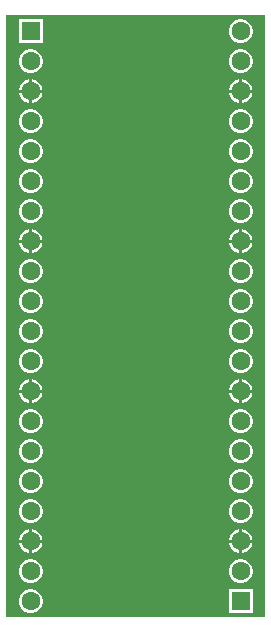
<source format=gbr>
%TF.GenerationSoftware,Altium Limited,Altium Designer,23.10.1 (27)*%
G04 Layer_Physical_Order=1*
G04 Layer_Color=255*
%FSLAX45Y45*%
%MOMM*%
%TF.SameCoordinates,7A70C931-5BDF-4ABD-901A-901AFED5F3BC*%
%TF.FilePolarity,Positive*%
%TF.FileFunction,Copper,L1,Top,Signal*%
%TF.Part,Single*%
G01*
G75*
%TA.AperFunction,ComponentPad*%
%ADD10C,1.60000*%
%ADD11R,1.60000X1.60000*%
%TA.AperFunction,ViaPad*%
%ADD12C,0.50000*%
G36*
X1093764Y5113763D02*
X1093765Y700291D01*
X1093765Y16235D01*
X-1093764Y16234D01*
Y5113765D01*
X1093764Y5113763D01*
D02*
G37*
%LPC*%
G36*
X902207Y5076820D02*
X875793D01*
X850278Y5069983D01*
X827402Y5056776D01*
X808724Y5038098D01*
X795517Y5015222D01*
X788680Y4989707D01*
Y4963293D01*
X795517Y4937778D01*
X808724Y4914902D01*
X827402Y4896224D01*
X850278Y4883017D01*
X875793Y4876180D01*
X902207D01*
X927722Y4883017D01*
X950598Y4896224D01*
X969276Y4914902D01*
X982483Y4937778D01*
X989320Y4963293D01*
Y4989707D01*
X982483Y5015222D01*
X969276Y5038098D01*
X950598Y5056776D01*
X927722Y5069983D01*
X902207Y5076820D01*
D02*
G37*
G36*
X-788680D02*
X-989320D01*
Y4876180D01*
X-788680D01*
Y5076820D01*
D02*
G37*
G36*
X902207Y4822820D02*
X875793D01*
X850278Y4815983D01*
X827402Y4802776D01*
X808724Y4784098D01*
X795517Y4761222D01*
X788680Y4735707D01*
Y4709293D01*
X795517Y4683778D01*
X808724Y4660902D01*
X827402Y4642224D01*
X850278Y4629017D01*
X875793Y4622180D01*
X902207D01*
X927722Y4629017D01*
X950598Y4642224D01*
X969276Y4660902D01*
X982483Y4683778D01*
X989320Y4709293D01*
Y4735707D01*
X982483Y4761222D01*
X969276Y4784098D01*
X950598Y4802776D01*
X927722Y4815983D01*
X902207Y4822820D01*
D02*
G37*
G36*
X-875793D02*
X-902207D01*
X-927722Y4815983D01*
X-950598Y4802776D01*
X-969276Y4784098D01*
X-982483Y4761222D01*
X-989320Y4735707D01*
Y4709293D01*
X-982483Y4683778D01*
X-969276Y4660902D01*
X-950598Y4642224D01*
X-927722Y4629017D01*
X-902207Y4622180D01*
X-875793D01*
X-850278Y4629017D01*
X-827402Y4642224D01*
X-808724Y4660902D01*
X-795517Y4683778D01*
X-788680Y4709293D01*
Y4735707D01*
X-795517Y4761222D01*
X-808724Y4784098D01*
X-827402Y4802776D01*
X-850278Y4815983D01*
X-875793Y4822820D01*
D02*
G37*
G36*
X902205Y4568800D02*
X901700D01*
Y4481200D01*
X989300D01*
Y4481705D01*
X982464Y4507214D01*
X969260Y4530085D01*
X950585Y4548760D01*
X927714Y4561964D01*
X902205Y4568800D01*
D02*
G37*
G36*
X-875795D02*
X-876300D01*
Y4481200D01*
X-788700D01*
Y4481705D01*
X-795536Y4507214D01*
X-808740Y4530085D01*
X-827415Y4548760D01*
X-850286Y4561964D01*
X-875795Y4568800D01*
D02*
G37*
G36*
X-901700D02*
X-902205D01*
X-927714Y4561964D01*
X-950585Y4548760D01*
X-969260Y4530085D01*
X-982464Y4507214D01*
X-989300Y4481705D01*
Y4481200D01*
X-901700D01*
Y4568800D01*
D02*
G37*
G36*
X876300D02*
X875795D01*
X850286Y4561964D01*
X827415Y4548760D01*
X808740Y4530085D01*
X795536Y4507214D01*
X788700Y4481705D01*
Y4481200D01*
X876300D01*
Y4568800D01*
D02*
G37*
G36*
X989300Y4455800D02*
X901700D01*
Y4368200D01*
X902205D01*
X927714Y4375036D01*
X950585Y4388240D01*
X969260Y4406915D01*
X982464Y4429786D01*
X989300Y4455295D01*
Y4455800D01*
D02*
G37*
G36*
X876300D02*
X788700D01*
Y4455295D01*
X795536Y4429786D01*
X808740Y4406915D01*
X827415Y4388240D01*
X850286Y4375036D01*
X875795Y4368200D01*
X876300D01*
Y4455800D01*
D02*
G37*
G36*
X-788700D02*
X-876300D01*
Y4368200D01*
X-875795D01*
X-850286Y4375036D01*
X-827415Y4388240D01*
X-808740Y4406915D01*
X-795536Y4429786D01*
X-788700Y4455295D01*
Y4455800D01*
D02*
G37*
G36*
X-901700D02*
X-989300D01*
Y4455295D01*
X-982464Y4429786D01*
X-969260Y4406915D01*
X-950585Y4388240D01*
X-927714Y4375036D01*
X-902205Y4368200D01*
X-901700D01*
Y4455800D01*
D02*
G37*
G36*
X902207Y4314820D02*
X875793D01*
X850278Y4307983D01*
X827402Y4294776D01*
X808724Y4276098D01*
X795517Y4253222D01*
X788680Y4227707D01*
Y4201293D01*
X795517Y4175778D01*
X808724Y4152902D01*
X827402Y4134224D01*
X850278Y4121017D01*
X875793Y4114180D01*
X902207D01*
X927722Y4121017D01*
X950598Y4134224D01*
X969276Y4152902D01*
X982483Y4175778D01*
X989320Y4201293D01*
Y4227707D01*
X982483Y4253222D01*
X969276Y4276098D01*
X950598Y4294776D01*
X927722Y4307983D01*
X902207Y4314820D01*
D02*
G37*
G36*
X-875793D02*
X-902207D01*
X-927722Y4307983D01*
X-950598Y4294776D01*
X-969276Y4276098D01*
X-982483Y4253222D01*
X-989320Y4227707D01*
Y4201293D01*
X-982483Y4175778D01*
X-969276Y4152902D01*
X-950598Y4134224D01*
X-927722Y4121017D01*
X-902207Y4114180D01*
X-875793D01*
X-850278Y4121017D01*
X-827402Y4134224D01*
X-808724Y4152902D01*
X-795517Y4175778D01*
X-788680Y4201293D01*
Y4227707D01*
X-795517Y4253222D01*
X-808724Y4276098D01*
X-827402Y4294776D01*
X-850278Y4307983D01*
X-875793Y4314820D01*
D02*
G37*
G36*
X902207Y4060820D02*
X875793D01*
X850278Y4053983D01*
X827402Y4040776D01*
X808724Y4022098D01*
X795517Y3999222D01*
X788680Y3973707D01*
Y3947293D01*
X795517Y3921778D01*
X808724Y3898902D01*
X827402Y3880224D01*
X850278Y3867017D01*
X875793Y3860180D01*
X902207D01*
X927722Y3867017D01*
X950598Y3880224D01*
X969276Y3898902D01*
X982483Y3921778D01*
X989320Y3947293D01*
Y3973707D01*
X982483Y3999222D01*
X969276Y4022098D01*
X950598Y4040776D01*
X927722Y4053983D01*
X902207Y4060820D01*
D02*
G37*
G36*
X-875793D02*
X-902207D01*
X-927722Y4053983D01*
X-950598Y4040776D01*
X-969276Y4022098D01*
X-982483Y3999222D01*
X-989320Y3973707D01*
Y3947293D01*
X-982483Y3921778D01*
X-969276Y3898902D01*
X-950598Y3880224D01*
X-927722Y3867017D01*
X-902207Y3860180D01*
X-875793D01*
X-850278Y3867017D01*
X-827402Y3880224D01*
X-808724Y3898902D01*
X-795517Y3921778D01*
X-788680Y3947293D01*
Y3973707D01*
X-795517Y3999222D01*
X-808724Y4022098D01*
X-827402Y4040776D01*
X-850278Y4053983D01*
X-875793Y4060820D01*
D02*
G37*
G36*
X902207Y3806820D02*
X875793D01*
X850278Y3799983D01*
X827402Y3786776D01*
X808724Y3768098D01*
X795517Y3745222D01*
X788680Y3719707D01*
Y3693293D01*
X795517Y3667778D01*
X808724Y3644902D01*
X827402Y3626224D01*
X850278Y3613017D01*
X875793Y3606180D01*
X902207D01*
X927722Y3613017D01*
X950598Y3626224D01*
X969276Y3644902D01*
X982483Y3667778D01*
X989320Y3693293D01*
Y3719707D01*
X982483Y3745222D01*
X969276Y3768098D01*
X950598Y3786776D01*
X927722Y3799983D01*
X902207Y3806820D01*
D02*
G37*
G36*
X-875793D02*
X-902207D01*
X-927722Y3799983D01*
X-950598Y3786776D01*
X-969276Y3768098D01*
X-982483Y3745222D01*
X-989320Y3719707D01*
Y3693293D01*
X-982483Y3667778D01*
X-969276Y3644902D01*
X-950598Y3626224D01*
X-927722Y3613017D01*
X-902207Y3606180D01*
X-875793D01*
X-850278Y3613017D01*
X-827402Y3626224D01*
X-808724Y3644902D01*
X-795517Y3667778D01*
X-788680Y3693293D01*
Y3719707D01*
X-795517Y3745222D01*
X-808724Y3768098D01*
X-827402Y3786776D01*
X-850278Y3799983D01*
X-875793Y3806820D01*
D02*
G37*
G36*
X902207Y3552820D02*
X875793D01*
X850278Y3545983D01*
X827402Y3532776D01*
X808724Y3514098D01*
X795517Y3491222D01*
X788680Y3465707D01*
Y3439293D01*
X795517Y3413778D01*
X808724Y3390902D01*
X827402Y3372224D01*
X850278Y3359017D01*
X875793Y3352180D01*
X902207D01*
X927722Y3359017D01*
X950598Y3372224D01*
X969276Y3390902D01*
X982483Y3413778D01*
X989320Y3439293D01*
Y3465707D01*
X982483Y3491222D01*
X969276Y3514098D01*
X950598Y3532776D01*
X927722Y3545983D01*
X902207Y3552820D01*
D02*
G37*
G36*
X-875793D02*
X-902207D01*
X-927722Y3545983D01*
X-950598Y3532776D01*
X-969276Y3514098D01*
X-982483Y3491222D01*
X-989320Y3465707D01*
Y3439293D01*
X-982483Y3413778D01*
X-969276Y3390902D01*
X-950598Y3372224D01*
X-927722Y3359017D01*
X-902207Y3352180D01*
X-875793D01*
X-850278Y3359017D01*
X-827402Y3372224D01*
X-808724Y3390902D01*
X-795517Y3413778D01*
X-788680Y3439293D01*
Y3465707D01*
X-795517Y3491222D01*
X-808724Y3514098D01*
X-827402Y3532776D01*
X-850278Y3545983D01*
X-875793Y3552820D01*
D02*
G37*
G36*
X902205Y3298800D02*
X901700D01*
Y3211200D01*
X989300D01*
Y3211705D01*
X982464Y3237214D01*
X969260Y3260085D01*
X950585Y3278760D01*
X927714Y3291964D01*
X902205Y3298800D01*
D02*
G37*
G36*
X-875795D02*
X-876300D01*
Y3211200D01*
X-788700D01*
Y3211705D01*
X-795536Y3237214D01*
X-808740Y3260085D01*
X-827415Y3278760D01*
X-850286Y3291964D01*
X-875795Y3298800D01*
D02*
G37*
G36*
X-901700D02*
X-902205D01*
X-927714Y3291964D01*
X-950585Y3278760D01*
X-969260Y3260085D01*
X-982464Y3237214D01*
X-989300Y3211705D01*
Y3211200D01*
X-901700D01*
Y3298800D01*
D02*
G37*
G36*
X876300D02*
X875795D01*
X850286Y3291964D01*
X827415Y3278760D01*
X808740Y3260085D01*
X795536Y3237214D01*
X788700Y3211705D01*
Y3211200D01*
X876300D01*
Y3298800D01*
D02*
G37*
G36*
X989300Y3185800D02*
X901700D01*
Y3098200D01*
X902205D01*
X927714Y3105036D01*
X950585Y3118240D01*
X969260Y3136915D01*
X982464Y3159786D01*
X989300Y3185295D01*
Y3185800D01*
D02*
G37*
G36*
X876300D02*
X788700D01*
Y3185295D01*
X795536Y3159786D01*
X808740Y3136915D01*
X827415Y3118240D01*
X850286Y3105036D01*
X875795Y3098200D01*
X876300D01*
Y3185800D01*
D02*
G37*
G36*
X-788700D02*
X-876300D01*
Y3098200D01*
X-875795D01*
X-850286Y3105036D01*
X-827415Y3118240D01*
X-808740Y3136915D01*
X-795536Y3159786D01*
X-788700Y3185295D01*
Y3185800D01*
D02*
G37*
G36*
X-901700D02*
X-989300D01*
Y3185295D01*
X-982464Y3159786D01*
X-969260Y3136915D01*
X-950585Y3118240D01*
X-927714Y3105036D01*
X-902205Y3098200D01*
X-901700D01*
Y3185800D01*
D02*
G37*
G36*
X902207Y3044820D02*
X875793D01*
X850278Y3037983D01*
X827402Y3024776D01*
X808724Y3006098D01*
X795517Y2983222D01*
X788680Y2957707D01*
Y2931293D01*
X795517Y2905778D01*
X808724Y2882902D01*
X827402Y2864224D01*
X850278Y2851017D01*
X875793Y2844180D01*
X902207D01*
X927722Y2851017D01*
X950598Y2864224D01*
X969276Y2882902D01*
X982483Y2905778D01*
X989320Y2931293D01*
Y2957707D01*
X982483Y2983222D01*
X969276Y3006098D01*
X950598Y3024776D01*
X927722Y3037983D01*
X902207Y3044820D01*
D02*
G37*
G36*
X-875793D02*
X-902207D01*
X-927722Y3037983D01*
X-950598Y3024776D01*
X-969276Y3006098D01*
X-982483Y2983222D01*
X-989320Y2957707D01*
Y2931293D01*
X-982483Y2905778D01*
X-969276Y2882902D01*
X-950598Y2864224D01*
X-927722Y2851017D01*
X-902207Y2844180D01*
X-875793D01*
X-850278Y2851017D01*
X-827402Y2864224D01*
X-808724Y2882902D01*
X-795517Y2905778D01*
X-788680Y2931293D01*
Y2957707D01*
X-795517Y2983222D01*
X-808724Y3006098D01*
X-827402Y3024776D01*
X-850278Y3037983D01*
X-875793Y3044820D01*
D02*
G37*
G36*
X902207Y2790820D02*
X875793D01*
X850278Y2783983D01*
X827402Y2770776D01*
X808724Y2752098D01*
X795517Y2729222D01*
X788680Y2703707D01*
Y2677293D01*
X795517Y2651778D01*
X808724Y2628902D01*
X827402Y2610224D01*
X850278Y2597017D01*
X875793Y2590180D01*
X902207D01*
X927722Y2597017D01*
X950598Y2610224D01*
X969276Y2628902D01*
X982483Y2651778D01*
X989320Y2677293D01*
Y2703707D01*
X982483Y2729222D01*
X969276Y2752098D01*
X950598Y2770776D01*
X927722Y2783983D01*
X902207Y2790820D01*
D02*
G37*
G36*
X-875793D02*
X-902207D01*
X-927722Y2783983D01*
X-950598Y2770776D01*
X-969276Y2752098D01*
X-982483Y2729222D01*
X-989320Y2703707D01*
Y2677293D01*
X-982483Y2651778D01*
X-969276Y2628902D01*
X-950598Y2610224D01*
X-927722Y2597017D01*
X-902207Y2590180D01*
X-875793D01*
X-850278Y2597017D01*
X-827402Y2610224D01*
X-808724Y2628902D01*
X-795517Y2651778D01*
X-788680Y2677293D01*
Y2703707D01*
X-795517Y2729222D01*
X-808724Y2752098D01*
X-827402Y2770776D01*
X-850278Y2783983D01*
X-875793Y2790820D01*
D02*
G37*
G36*
X902207Y2536820D02*
X875793D01*
X850278Y2529983D01*
X827402Y2516776D01*
X808724Y2498098D01*
X795517Y2475222D01*
X788680Y2449707D01*
Y2423293D01*
X795517Y2397778D01*
X808724Y2374902D01*
X827402Y2356224D01*
X850278Y2343017D01*
X875793Y2336180D01*
X902207D01*
X927722Y2343017D01*
X950598Y2356224D01*
X969276Y2374902D01*
X982483Y2397778D01*
X989320Y2423293D01*
Y2449707D01*
X982483Y2475222D01*
X969276Y2498098D01*
X950598Y2516776D01*
X927722Y2529983D01*
X902207Y2536820D01*
D02*
G37*
G36*
X-875793D02*
X-902207D01*
X-927722Y2529983D01*
X-950598Y2516776D01*
X-969276Y2498098D01*
X-982483Y2475222D01*
X-989320Y2449707D01*
Y2423293D01*
X-982483Y2397778D01*
X-969276Y2374902D01*
X-950598Y2356224D01*
X-927722Y2343017D01*
X-902207Y2336180D01*
X-875793D01*
X-850278Y2343017D01*
X-827402Y2356224D01*
X-808724Y2374902D01*
X-795517Y2397778D01*
X-788680Y2423293D01*
Y2449707D01*
X-795517Y2475222D01*
X-808724Y2498098D01*
X-827402Y2516776D01*
X-850278Y2529983D01*
X-875793Y2536820D01*
D02*
G37*
G36*
X902207Y2282820D02*
X875793D01*
X850278Y2275983D01*
X827402Y2262776D01*
X808724Y2244098D01*
X795517Y2221222D01*
X788680Y2195707D01*
Y2169293D01*
X795517Y2143778D01*
X808724Y2120902D01*
X827402Y2102224D01*
X850278Y2089017D01*
X875793Y2082180D01*
X902207D01*
X927722Y2089017D01*
X950598Y2102224D01*
X969276Y2120902D01*
X982483Y2143778D01*
X989320Y2169293D01*
Y2195707D01*
X982483Y2221222D01*
X969276Y2244098D01*
X950598Y2262776D01*
X927722Y2275983D01*
X902207Y2282820D01*
D02*
G37*
G36*
X-875793D02*
X-902207D01*
X-927722Y2275983D01*
X-950598Y2262776D01*
X-969276Y2244098D01*
X-982483Y2221222D01*
X-989320Y2195707D01*
Y2169293D01*
X-982483Y2143778D01*
X-969276Y2120902D01*
X-950598Y2102224D01*
X-927722Y2089017D01*
X-902207Y2082180D01*
X-875793D01*
X-850278Y2089017D01*
X-827402Y2102224D01*
X-808724Y2120902D01*
X-795517Y2143778D01*
X-788680Y2169293D01*
Y2195707D01*
X-795517Y2221222D01*
X-808724Y2244098D01*
X-827402Y2262776D01*
X-850278Y2275983D01*
X-875793Y2282820D01*
D02*
G37*
G36*
X902205Y2028800D02*
X901700D01*
Y1941200D01*
X989300D01*
Y1941705D01*
X982464Y1967214D01*
X969260Y1990085D01*
X950585Y2008760D01*
X927714Y2021964D01*
X902205Y2028800D01*
D02*
G37*
G36*
X-875795D02*
X-876300D01*
Y1941200D01*
X-788700D01*
Y1941705D01*
X-795536Y1967214D01*
X-808740Y1990085D01*
X-827415Y2008760D01*
X-850286Y2021964D01*
X-875795Y2028800D01*
D02*
G37*
G36*
X-901700D02*
X-902205D01*
X-927714Y2021964D01*
X-950585Y2008760D01*
X-969260Y1990085D01*
X-982464Y1967214D01*
X-989300Y1941705D01*
Y1941200D01*
X-901700D01*
Y2028800D01*
D02*
G37*
G36*
X876300D02*
X875795D01*
X850286Y2021964D01*
X827415Y2008760D01*
X808740Y1990085D01*
X795536Y1967214D01*
X788700Y1941705D01*
Y1941200D01*
X876300D01*
Y2028800D01*
D02*
G37*
G36*
X989300Y1915800D02*
X901700D01*
Y1828200D01*
X902205D01*
X927714Y1835036D01*
X950585Y1848240D01*
X969260Y1866915D01*
X982464Y1889786D01*
X989300Y1915295D01*
Y1915800D01*
D02*
G37*
G36*
X876300D02*
X788700D01*
Y1915295D01*
X795536Y1889786D01*
X808740Y1866915D01*
X827415Y1848240D01*
X850286Y1835036D01*
X875795Y1828200D01*
X876300D01*
Y1915800D01*
D02*
G37*
G36*
X-788700D02*
X-876300D01*
Y1828200D01*
X-875795D01*
X-850286Y1835036D01*
X-827415Y1848240D01*
X-808740Y1866915D01*
X-795536Y1889786D01*
X-788700Y1915295D01*
Y1915800D01*
D02*
G37*
G36*
X-901700D02*
X-989300D01*
Y1915295D01*
X-982464Y1889786D01*
X-969260Y1866915D01*
X-950585Y1848240D01*
X-927714Y1835036D01*
X-902205Y1828200D01*
X-901700D01*
Y1915800D01*
D02*
G37*
G36*
X902207Y1774820D02*
X875793D01*
X850278Y1767983D01*
X827402Y1754776D01*
X808724Y1736098D01*
X795517Y1713222D01*
X788680Y1687707D01*
Y1661293D01*
X795517Y1635778D01*
X808724Y1612902D01*
X827402Y1594224D01*
X850278Y1581017D01*
X875793Y1574180D01*
X902207D01*
X927722Y1581017D01*
X950598Y1594224D01*
X969276Y1612902D01*
X982483Y1635778D01*
X989320Y1661293D01*
Y1687707D01*
X982483Y1713222D01*
X969276Y1736098D01*
X950598Y1754776D01*
X927722Y1767983D01*
X902207Y1774820D01*
D02*
G37*
G36*
X-875793D02*
X-902207D01*
X-927722Y1767983D01*
X-950598Y1754776D01*
X-969276Y1736098D01*
X-982483Y1713222D01*
X-989320Y1687707D01*
Y1661293D01*
X-982483Y1635778D01*
X-969276Y1612902D01*
X-950598Y1594224D01*
X-927722Y1581017D01*
X-902207Y1574180D01*
X-875793D01*
X-850278Y1581017D01*
X-827402Y1594224D01*
X-808724Y1612902D01*
X-795517Y1635778D01*
X-788680Y1661293D01*
Y1687707D01*
X-795517Y1713222D01*
X-808724Y1736098D01*
X-827402Y1754776D01*
X-850278Y1767983D01*
X-875793Y1774820D01*
D02*
G37*
G36*
X902207Y1520820D02*
X875793D01*
X850278Y1513983D01*
X827402Y1500776D01*
X808724Y1482098D01*
X795517Y1459222D01*
X788680Y1433707D01*
Y1407293D01*
X795517Y1381778D01*
X808724Y1358902D01*
X827402Y1340224D01*
X850278Y1327017D01*
X875793Y1320180D01*
X902207D01*
X927722Y1327017D01*
X950598Y1340224D01*
X969276Y1358902D01*
X982483Y1381778D01*
X989320Y1407293D01*
Y1433707D01*
X982483Y1459222D01*
X969276Y1482098D01*
X950598Y1500776D01*
X927722Y1513983D01*
X902207Y1520820D01*
D02*
G37*
G36*
X-875793D02*
X-902207D01*
X-927722Y1513983D01*
X-950598Y1500776D01*
X-969276Y1482098D01*
X-982483Y1459222D01*
X-989320Y1433707D01*
Y1407293D01*
X-982483Y1381778D01*
X-969276Y1358902D01*
X-950598Y1340224D01*
X-927722Y1327017D01*
X-902207Y1320180D01*
X-875793D01*
X-850278Y1327017D01*
X-827402Y1340224D01*
X-808724Y1358902D01*
X-795517Y1381778D01*
X-788680Y1407293D01*
Y1433707D01*
X-795517Y1459222D01*
X-808724Y1482098D01*
X-827402Y1500776D01*
X-850278Y1513983D01*
X-875793Y1520820D01*
D02*
G37*
G36*
X902207Y1266820D02*
X875793D01*
X850278Y1259983D01*
X827402Y1246776D01*
X808724Y1228098D01*
X795517Y1205222D01*
X788680Y1179707D01*
Y1153293D01*
X795517Y1127778D01*
X808724Y1104902D01*
X827402Y1086224D01*
X850278Y1073017D01*
X875793Y1066180D01*
X902207D01*
X927722Y1073017D01*
X950598Y1086224D01*
X969276Y1104902D01*
X982483Y1127778D01*
X989320Y1153293D01*
Y1179707D01*
X982483Y1205222D01*
X969276Y1228098D01*
X950598Y1246776D01*
X927722Y1259983D01*
X902207Y1266820D01*
D02*
G37*
G36*
X-875793D02*
X-902207D01*
X-927722Y1259983D01*
X-950598Y1246776D01*
X-969276Y1228098D01*
X-982483Y1205222D01*
X-989320Y1179707D01*
Y1153293D01*
X-982483Y1127778D01*
X-969276Y1104902D01*
X-950598Y1086224D01*
X-927722Y1073017D01*
X-902207Y1066180D01*
X-875793D01*
X-850278Y1073017D01*
X-827402Y1086224D01*
X-808724Y1104902D01*
X-795517Y1127778D01*
X-788680Y1153293D01*
Y1179707D01*
X-795517Y1205222D01*
X-808724Y1228098D01*
X-827402Y1246776D01*
X-850278Y1259983D01*
X-875793Y1266820D01*
D02*
G37*
G36*
X902207Y1012820D02*
X875793D01*
X850278Y1005983D01*
X827402Y992776D01*
X808724Y974098D01*
X795517Y951222D01*
X788680Y925707D01*
Y899293D01*
X795517Y873778D01*
X808724Y850902D01*
X827402Y832224D01*
X850278Y819017D01*
X875793Y812180D01*
X902207D01*
X927722Y819017D01*
X950598Y832224D01*
X969276Y850902D01*
X982483Y873778D01*
X989320Y899293D01*
Y925707D01*
X982483Y951222D01*
X969276Y974098D01*
X950598Y992776D01*
X927722Y1005983D01*
X902207Y1012820D01*
D02*
G37*
G36*
X-875793D02*
X-902207D01*
X-927722Y1005983D01*
X-950598Y992776D01*
X-969276Y974098D01*
X-982483Y951222D01*
X-989320Y925707D01*
Y899293D01*
X-982483Y873778D01*
X-969276Y850902D01*
X-950598Y832224D01*
X-927722Y819017D01*
X-902207Y812180D01*
X-875793D01*
X-850278Y819017D01*
X-827402Y832224D01*
X-808724Y850902D01*
X-795517Y873778D01*
X-788680Y899293D01*
Y925707D01*
X-795517Y951222D01*
X-808724Y974098D01*
X-827402Y992776D01*
X-850278Y1005983D01*
X-875793Y1012820D01*
D02*
G37*
G36*
X902205Y758800D02*
X901700D01*
Y671200D01*
X989300D01*
Y671705D01*
X982464Y697214D01*
X969260Y720085D01*
X950585Y738760D01*
X927714Y751964D01*
X902205Y758800D01*
D02*
G37*
G36*
X-875795D02*
X-876300D01*
Y671200D01*
X-788700D01*
Y671705D01*
X-795536Y697214D01*
X-808740Y720085D01*
X-827415Y738760D01*
X-850286Y751964D01*
X-875795Y758800D01*
D02*
G37*
G36*
X-901700D02*
X-902205D01*
X-927714Y751964D01*
X-950585Y738760D01*
X-969260Y720085D01*
X-982464Y697214D01*
X-989300Y671705D01*
Y671200D01*
X-901700D01*
Y758800D01*
D02*
G37*
G36*
X876300D02*
X875795D01*
X850286Y751964D01*
X827415Y738760D01*
X808740Y720085D01*
X795536Y697214D01*
X788700Y671705D01*
Y671200D01*
X876300D01*
Y758800D01*
D02*
G37*
G36*
X989300Y645800D02*
X901700D01*
Y558200D01*
X902205D01*
X927714Y565036D01*
X950585Y578240D01*
X969260Y596915D01*
X982464Y619786D01*
X989300Y645295D01*
Y645800D01*
D02*
G37*
G36*
X876300D02*
X788700D01*
Y645295D01*
X795536Y619786D01*
X808740Y596915D01*
X827415Y578240D01*
X850286Y565036D01*
X875795Y558200D01*
X876300D01*
Y645800D01*
D02*
G37*
G36*
X-788700D02*
X-876300D01*
Y558200D01*
X-875795D01*
X-850286Y565036D01*
X-827415Y578240D01*
X-808740Y596915D01*
X-795536Y619786D01*
X-788700Y645295D01*
Y645800D01*
D02*
G37*
G36*
X-901700D02*
X-989300D01*
Y645295D01*
X-982464Y619786D01*
X-969260Y596915D01*
X-950585Y578240D01*
X-927714Y565036D01*
X-902205Y558200D01*
X-901700D01*
Y645800D01*
D02*
G37*
G36*
X902207Y504820D02*
X875793D01*
X850278Y497983D01*
X827402Y484776D01*
X808724Y466098D01*
X795517Y443222D01*
X788680Y417707D01*
Y391293D01*
X795517Y365778D01*
X808724Y342902D01*
X827402Y324224D01*
X850278Y311017D01*
X875793Y304180D01*
X902207D01*
X927722Y311017D01*
X950598Y324224D01*
X969276Y342902D01*
X982483Y365778D01*
X989320Y391293D01*
Y417707D01*
X982483Y443222D01*
X969276Y466098D01*
X950598Y484776D01*
X927722Y497983D01*
X902207Y504820D01*
D02*
G37*
G36*
X-875793D02*
X-902207D01*
X-927722Y497983D01*
X-950598Y484776D01*
X-969276Y466098D01*
X-982483Y443222D01*
X-989320Y417707D01*
Y391293D01*
X-982483Y365778D01*
X-969276Y342902D01*
X-950598Y324224D01*
X-927722Y311017D01*
X-902207Y304180D01*
X-875793D01*
X-850278Y311017D01*
X-827402Y324224D01*
X-808724Y342902D01*
X-795517Y365778D01*
X-788680Y391293D01*
Y417707D01*
X-795517Y443222D01*
X-808724Y466098D01*
X-827402Y484776D01*
X-850278Y497983D01*
X-875793Y504820D01*
D02*
G37*
G36*
X989320Y250820D02*
X788680D01*
Y50180D01*
X989320D01*
Y250820D01*
D02*
G37*
G36*
X-875793D02*
X-902207D01*
X-927722Y243983D01*
X-950598Y230776D01*
X-969276Y212098D01*
X-982483Y189222D01*
X-989320Y163707D01*
Y137293D01*
X-982483Y111778D01*
X-969276Y88902D01*
X-950598Y70224D01*
X-927722Y57017D01*
X-902207Y50180D01*
X-875793D01*
X-850278Y57017D01*
X-827402Y70224D01*
X-808724Y88902D01*
X-795517Y111778D01*
X-788680Y137293D01*
Y163707D01*
X-795517Y189222D01*
X-808724Y212098D01*
X-827402Y230776D01*
X-850278Y243983D01*
X-875793Y250820D01*
D02*
G37*
%LPD*%
D10*
X889000Y4976500D02*
D03*
Y4722500D02*
D03*
Y4468500D02*
D03*
Y4214500D02*
D03*
Y3960500D02*
D03*
Y3706500D02*
D03*
Y3452500D02*
D03*
Y3198500D02*
D03*
Y2944500D02*
D03*
Y2690500D02*
D03*
Y2436500D02*
D03*
Y2182500D02*
D03*
Y1928500D02*
D03*
Y1674500D02*
D03*
Y1420500D02*
D03*
Y1166500D02*
D03*
Y912500D02*
D03*
Y658500D02*
D03*
Y404500D02*
D03*
X-889000Y150500D02*
D03*
Y404500D02*
D03*
Y658500D02*
D03*
Y912500D02*
D03*
Y1166500D02*
D03*
Y1420500D02*
D03*
Y1674500D02*
D03*
Y1928500D02*
D03*
Y2182500D02*
D03*
Y2436500D02*
D03*
Y2690500D02*
D03*
Y2944500D02*
D03*
Y3198500D02*
D03*
Y3452500D02*
D03*
Y3706500D02*
D03*
Y3960500D02*
D03*
Y4214500D02*
D03*
Y4468500D02*
D03*
Y4722500D02*
D03*
D11*
X889000Y150500D02*
D03*
X-889000Y4976500D02*
D03*
D12*
X700000Y5013500D02*
D03*
Y4013500D02*
D03*
Y3513500D02*
D03*
Y3013500D02*
D03*
Y2013500D02*
D03*
Y1513500D02*
D03*
Y1013500D02*
D03*
X575000Y4263500D02*
D03*
X450000Y4013500D02*
D03*
X575000Y3263500D02*
D03*
X450000Y3013500D02*
D03*
X575000Y2763500D02*
D03*
X450000Y2513500D02*
D03*
Y2013500D02*
D03*
X575000Y1763500D02*
D03*
Y1263500D02*
D03*
X450000Y1013500D02*
D03*
X200000Y5013500D02*
D03*
X325000Y4263500D02*
D03*
X200000Y4013500D02*
D03*
X325000Y3763500D02*
D03*
X200000Y3513500D02*
D03*
Y3013500D02*
D03*
X325000Y2763500D02*
D03*
X200000Y2513500D02*
D03*
X325000Y2263500D02*
D03*
Y1763500D02*
D03*
Y1263500D02*
D03*
X200000Y1013500D02*
D03*
X325000Y763500D02*
D03*
X-50000Y5013500D02*
D03*
X75000Y4263500D02*
D03*
X-50000Y4013500D02*
D03*
X75000Y3763500D02*
D03*
X-50000Y3513500D02*
D03*
X75000Y2763500D02*
D03*
Y2263500D02*
D03*
X-300000Y4513500D02*
D03*
X-175000Y4263500D02*
D03*
X-300000Y4013500D02*
D03*
X-175000Y3763500D02*
D03*
X-300000Y3513500D02*
D03*
X-175000Y3263500D02*
D03*
X-300000Y3013500D02*
D03*
Y2513500D02*
D03*
Y2013500D02*
D03*
Y1013500D02*
D03*
X-175000Y763500D02*
D03*
X-550000Y4013500D02*
D03*
X-425000Y3763500D02*
D03*
X-550000Y3513500D02*
D03*
X-425000Y3263500D02*
D03*
X-550000Y3013500D02*
D03*
X-425000Y2763500D02*
D03*
X-550000Y2513500D02*
D03*
X-425000Y2263500D02*
D03*
X-550000Y2013500D02*
D03*
X-425000Y1763500D02*
D03*
X-550000Y1513500D02*
D03*
X-425000Y1263500D02*
D03*
X-550000Y1013500D02*
D03*
X-425000Y763500D02*
D03*
X-550000Y513500D02*
D03*
X-675000Y4263500D02*
D03*
Y3763500D02*
D03*
Y3263500D02*
D03*
Y2763500D02*
D03*
Y2263500D02*
D03*
Y1763500D02*
D03*
Y1263500D02*
D03*
Y763500D02*
D03*
%TF.MD5,f570c3464125946c9bee87d1e8512b73*%
M02*

</source>
